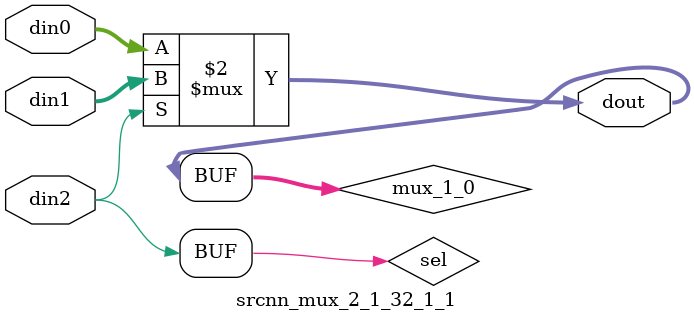
<source format=v>

`timescale 1ns/1ps

module srcnn_mux_2_1_32_1_1 #(
parameter
    ID                = 0,
    NUM_STAGE         = 1,
    din0_WIDTH       = 32,
    din1_WIDTH       = 32,
    din2_WIDTH         = 32,
    dout_WIDTH            = 32
)(
    input  [31 : 0]     din0,
    input  [31 : 0]     din1,
    input  [0 : 0]    din2,
    output [31 : 0]   dout);

// puts internal signals
wire [0 : 0]     sel;
// level 1 signals
wire [31 : 0]         mux_1_0;

assign sel = din2;

// Generate level 1 logic
assign mux_1_0 = (sel[0] == 0)? din0 : din1;

// output logic
assign dout = mux_1_0;

endmodule

</source>
